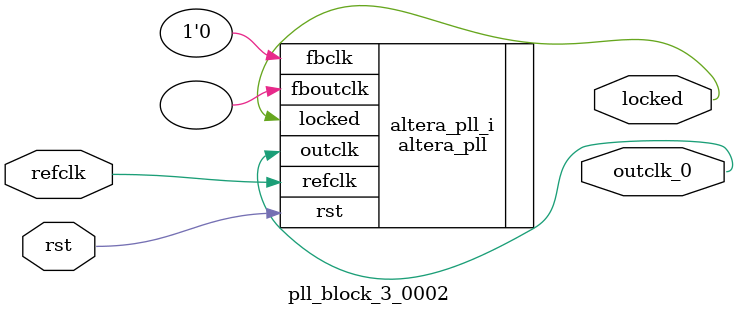
<source format=v>
`timescale 1ns/10ps
module  pll_block_3_0002(

	// interface 'refclk'
	input wire refclk,

	// interface 'reset'
	input wire rst,

	// interface 'outclk0'
	output wire outclk_0,

	// interface 'locked'
	output wire locked
);

	altera_pll #(
		.fractional_vco_multiplier("false"),
		.reference_clock_frequency("125.0 MHz"),
		.operation_mode("direct"),
		.number_of_clocks(1),
		.output_clock_frequency0("6.000000 MHz"),
		.phase_shift0("0 ps"),
		.duty_cycle0(50),
		.output_clock_frequency1("0 MHz"),
		.phase_shift1("0 ps"),
		.duty_cycle1(50),
		.output_clock_frequency2("0 MHz"),
		.phase_shift2("0 ps"),
		.duty_cycle2(50),
		.output_clock_frequency3("0 MHz"),
		.phase_shift3("0 ps"),
		.duty_cycle3(50),
		.output_clock_frequency4("0 MHz"),
		.phase_shift4("0 ps"),
		.duty_cycle4(50),
		.output_clock_frequency5("0 MHz"),
		.phase_shift5("0 ps"),
		.duty_cycle5(50),
		.output_clock_frequency6("0 MHz"),
		.phase_shift6("0 ps"),
		.duty_cycle6(50),
		.output_clock_frequency7("0 MHz"),
		.phase_shift7("0 ps"),
		.duty_cycle7(50),
		.output_clock_frequency8("0 MHz"),
		.phase_shift8("0 ps"),
		.duty_cycle8(50),
		.output_clock_frequency9("0 MHz"),
		.phase_shift9("0 ps"),
		.duty_cycle9(50),
		.output_clock_frequency10("0 MHz"),
		.phase_shift10("0 ps"),
		.duty_cycle10(50),
		.output_clock_frequency11("0 MHz"),
		.phase_shift11("0 ps"),
		.duty_cycle11(50),
		.output_clock_frequency12("0 MHz"),
		.phase_shift12("0 ps"),
		.duty_cycle12(50),
		.output_clock_frequency13("0 MHz"),
		.phase_shift13("0 ps"),
		.duty_cycle13(50),
		.output_clock_frequency14("0 MHz"),
		.phase_shift14("0 ps"),
		.duty_cycle14(50),
		.output_clock_frequency15("0 MHz"),
		.phase_shift15("0 ps"),
		.duty_cycle15(50),
		.output_clock_frequency16("0 MHz"),
		.phase_shift16("0 ps"),
		.duty_cycle16(50),
		.output_clock_frequency17("0 MHz"),
		.phase_shift17("0 ps"),
		.duty_cycle17(50),
		.pll_type("General"),
		.pll_subtype("General")
	) altera_pll_i (
		.rst	(rst),
		.outclk	({outclk_0}),
		.locked	(locked),
		.fboutclk	( ),
		.fbclk	(1'b0),
		.refclk	(refclk)
	);
endmodule


</source>
